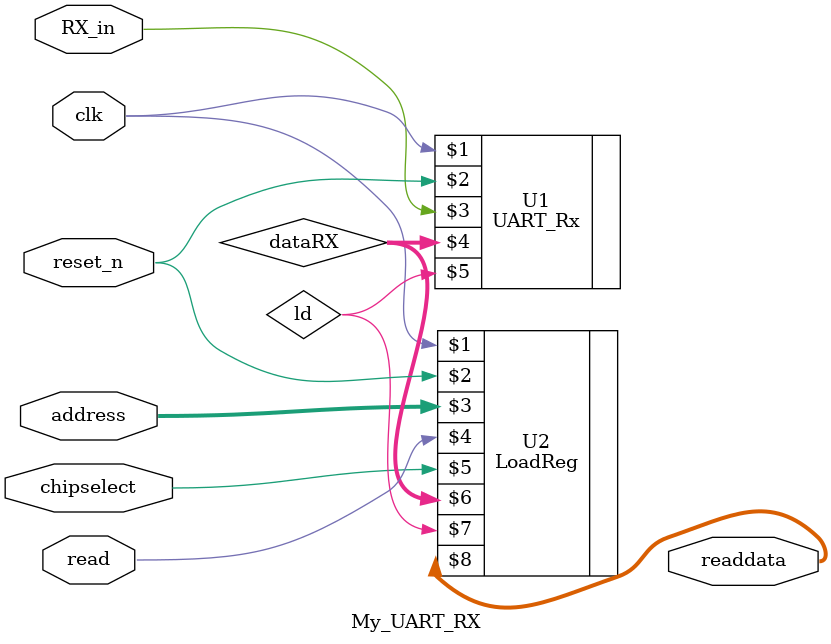
<source format=v>

module My_UART_RX(
	input clk,
	input reset_n,
	input [1:0] address,
	input read,
	input chipselect,
	input RX_in,
	output [31:0] readdata
);

wire ld;					//load wire b/w UART and load reg
wire [8:0] dataRX;	//RX data bus b/w UART and load reg

UART_Rx U1(clk, reset_n, RX_in, dataRX, ld);
LoadReg U2(clk, reset_n, address, read, chipselect, dataRX, ld, readdata);

endmodule
</source>
